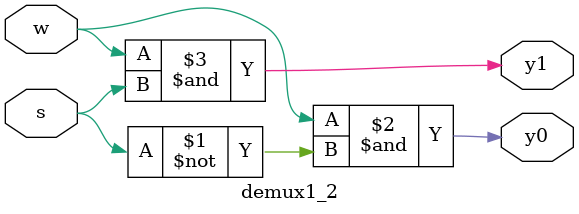
<source format=v>

/*DEMULTIPLEXADOR 1 X 2*/
module demux1_2(y0, y1, w, s);
    input w, s;
    output y0, y1;
   
    assign y0 = w & (~s); // LIBERAR O VALOR LÓGICO UM PARA A SAÍDA "Y0", CASO "S" SEJA IGUAL A ZERO E "W" IGUAL A 1;
    assign y1 = w & s; // LIBERAR O VALOR LÓGICo UM PARA A SAÍDA "Y1", CASO "S" SEJA IGUAL A UM E "W" IGUAL A 1
   
endmodule
</source>
